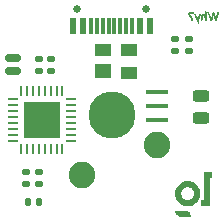
<source format=gbr>
%TF.GenerationSoftware,KiCad,Pcbnew,(5.99.0-12118-g897269f33f)*%
%TF.CreationDate,2021-09-15T19:12:53-04:00*%
%TF.ProjectId,why,7768792e-6b69-4636-9164-5f7063625858,rev?*%
%TF.SameCoordinates,Original*%
%TF.FileFunction,Soldermask,Bot*%
%TF.FilePolarity,Negative*%
%FSLAX46Y46*%
G04 Gerber Fmt 4.6, Leading zero omitted, Abs format (unit mm)*
G04 Created by KiCad (PCBNEW (5.99.0-12118-g897269f33f)) date 2021-09-15 19:12:53*
%MOMM*%
%LPD*%
G01*
G04 APERTURE LIST*
G04 Aperture macros list*
%AMRoundRect*
0 Rectangle with rounded corners*
0 $1 Rounding radius*
0 $2 $3 $4 $5 $6 $7 $8 $9 X,Y pos of 4 corners*
0 Add a 4 corners polygon primitive as box body*
4,1,4,$2,$3,$4,$5,$6,$7,$8,$9,$2,$3,0*
0 Add four circle primitives for the rounded corners*
1,1,$1+$1,$2,$3*
1,1,$1+$1,$4,$5*
1,1,$1+$1,$6,$7*
1,1,$1+$1,$8,$9*
0 Add four rect primitives between the rounded corners*
20,1,$1+$1,$2,$3,$4,$5,0*
20,1,$1+$1,$4,$5,$6,$7,0*
20,1,$1+$1,$6,$7,$8,$9,0*
20,1,$1+$1,$8,$9,$2,$3,0*%
G04 Aperture macros list end*
%ADD10C,0.010000*%
%ADD11C,0.650000*%
%ADD12R,0.300000X1.450000*%
%ADD13R,0.600000X1.450000*%
%ADD14RoundRect,0.062500X0.375000X0.062500X-0.375000X0.062500X-0.375000X-0.062500X0.375000X-0.062500X0*%
%ADD15RoundRect,0.062500X0.062500X0.375000X-0.062500X0.375000X-0.062500X-0.375000X0.062500X-0.375000X0*%
%ADD16R,3.100000X3.100000*%
%ADD17RoundRect,0.165000X-0.475000X0.165000X-0.475000X-0.165000X0.475000X-0.165000X0.475000X0.165000X0*%
%ADD18R,1.900000X0.400000*%
%ADD19RoundRect,0.135000X0.185000X-0.135000X0.185000X0.135000X-0.185000X0.135000X-0.185000X-0.135000X0*%
%ADD20RoundRect,0.135000X-0.185000X0.135000X-0.185000X-0.135000X0.185000X-0.135000X0.185000X0.135000X0*%
%ADD21RoundRect,0.243750X0.456250X-0.243750X0.456250X0.243750X-0.456250X0.243750X-0.456250X-0.243750X0*%
%ADD22R,1.400000X1.200000*%
%ADD23R,1.400000X1.000000*%
%ADD24RoundRect,0.140000X0.140000X0.170000X-0.140000X0.170000X-0.140000X-0.170000X0.140000X-0.170000X0*%
%ADD25C,2.250000*%
%ADD26C,3.987800*%
G04 APERTURE END LIST*
D10*
%TO.C,G\u002A\u002A\u002A*%
X166127370Y-100857284D02*
X166073061Y-100904083D01*
X166073061Y-100904083D02*
X166009428Y-101025123D01*
X166009428Y-101025123D02*
X166028628Y-101148141D01*
X166028628Y-101148141D02*
X166098250Y-101236322D01*
X166098250Y-101236322D02*
X166214835Y-101331003D01*
X166214835Y-101331003D02*
X166282209Y-101361360D01*
X166282209Y-101361360D02*
X166299333Y-101338140D01*
X166299333Y-101338140D02*
X166267349Y-101285400D01*
X166267349Y-101285400D02*
X166197055Y-101227269D01*
X166197055Y-101227269D02*
X166093075Y-101133930D01*
X166093075Y-101133930D02*
X166072922Y-101043971D01*
X166072922Y-101043971D02*
X166117562Y-100972152D01*
X166117562Y-100972152D02*
X166218652Y-100922997D01*
X166218652Y-100922997D02*
X166316846Y-100927846D01*
X166316846Y-100927846D02*
X166401911Y-100941143D01*
X166401911Y-100941143D02*
X166413421Y-100929605D01*
X166413421Y-100929605D02*
X166365326Y-100889419D01*
X166365326Y-100889419D02*
X166240425Y-100831435D01*
X166240425Y-100831435D02*
X166127370Y-100857284D01*
X166127370Y-100857284D02*
X166127370Y-100857284D01*
G36*
X166365326Y-100889419D02*
G01*
X166413421Y-100929605D01*
X166401911Y-100941143D01*
X166316846Y-100927846D01*
X166218652Y-100922997D01*
X166117562Y-100972152D01*
X166072922Y-101043971D01*
X166093075Y-101133930D01*
X166197055Y-101227269D01*
X166267349Y-101285400D01*
X166299333Y-101338140D01*
X166282209Y-101361360D01*
X166214835Y-101331003D01*
X166098250Y-101236322D01*
X166028628Y-101148141D01*
X166009428Y-101025123D01*
X166073061Y-100904083D01*
X166127370Y-100857284D01*
X166240425Y-100831435D01*
X166365326Y-100889419D01*
G37*
X166365326Y-100889419D02*
X166413421Y-100929605D01*
X166401911Y-100941143D01*
X166316846Y-100927846D01*
X166218652Y-100922997D01*
X166117562Y-100972152D01*
X166072922Y-101043971D01*
X166093075Y-101133930D01*
X166197055Y-101227269D01*
X166267349Y-101285400D01*
X166299333Y-101338140D01*
X166282209Y-101361360D01*
X166214835Y-101331003D01*
X166098250Y-101236322D01*
X166028628Y-101148141D01*
X166009428Y-101025123D01*
X166073061Y-100904083D01*
X166127370Y-100857284D01*
X166240425Y-100831435D01*
X166365326Y-100889419D01*
X166258230Y-101493881D02*
X166257000Y-101504000D01*
X166257000Y-101504000D02*
X166289215Y-101545103D01*
X166289215Y-101545103D02*
X166299333Y-101546333D01*
X166299333Y-101546333D02*
X166340437Y-101514118D01*
X166340437Y-101514118D02*
X166341667Y-101504000D01*
X166341667Y-101504000D02*
X166309452Y-101462896D01*
X166309452Y-101462896D02*
X166299333Y-101461666D01*
X166299333Y-101461666D02*
X166258230Y-101493881D01*
X166258230Y-101493881D02*
X166258230Y-101493881D01*
G36*
X166309452Y-101462896D02*
G01*
X166341667Y-101504000D01*
X166340437Y-101514118D01*
X166299333Y-101546333D01*
X166289215Y-101545103D01*
X166257000Y-101504000D01*
X166258230Y-101493881D01*
X166299333Y-101461666D01*
X166309452Y-101462896D01*
G37*
X166309452Y-101462896D02*
X166341667Y-101504000D01*
X166340437Y-101514118D01*
X166299333Y-101546333D01*
X166289215Y-101545103D01*
X166257000Y-101504000D01*
X166258230Y-101493881D01*
X166299333Y-101461666D01*
X166309452Y-101462896D01*
X167415766Y-100821876D02*
X167401045Y-100915605D01*
X167401045Y-100915605D02*
X167400000Y-100952759D01*
X167400000Y-100952759D02*
X167396828Y-101059105D01*
X167396828Y-101059105D02*
X167377044Y-101098023D01*
X167377044Y-101098023D02*
X167325248Y-101086740D01*
X167325248Y-101086740D02*
X167293019Y-101072440D01*
X167293019Y-101072440D02*
X167203060Y-101046817D01*
X167203060Y-101046817D02*
X167142451Y-101074788D01*
X167142451Y-101074788D02*
X167102579Y-101166666D01*
X167102579Y-101166666D02*
X167074834Y-101332767D01*
X167074834Y-101332767D02*
X167074694Y-101333952D01*
X167074694Y-101333952D02*
X167063684Y-101467233D01*
X167063684Y-101467233D02*
X167072374Y-101527898D01*
X167072374Y-101527898D02*
X167096985Y-101529296D01*
X167096985Y-101529296D02*
X167126822Y-101471751D01*
X167126822Y-101471751D02*
X167144195Y-101362586D01*
X167144195Y-101362586D02*
X167146000Y-101311001D01*
X167146000Y-101311001D02*
X167156660Y-101180233D01*
X167156660Y-101180233D02*
X167189859Y-101125517D01*
X167189859Y-101125517D02*
X167202939Y-101123000D01*
X167202939Y-101123000D02*
X167290344Y-101160763D01*
X167290344Y-101160763D02*
X167361707Y-101255848D01*
X167361707Y-101255848D02*
X167398415Y-101380952D01*
X167398415Y-101380952D02*
X167400000Y-101412083D01*
X167400000Y-101412083D02*
X167411650Y-101504340D01*
X167411650Y-101504340D02*
X167439934Y-101546118D01*
X167439934Y-101546118D02*
X167442333Y-101546333D01*
X167442333Y-101546333D02*
X167462618Y-101506370D01*
X167462618Y-101506370D02*
X167477087Y-101395745D01*
X167477087Y-101395745D02*
X167484198Y-101228358D01*
X167484198Y-101228358D02*
X167484667Y-101165333D01*
X167484667Y-101165333D02*
X167480226Y-100982773D01*
X167480226Y-100982773D02*
X167467935Y-100852548D01*
X167467935Y-100852548D02*
X167449336Y-100788553D01*
X167449336Y-100788553D02*
X167442333Y-100784333D01*
X167442333Y-100784333D02*
X167415766Y-100821876D01*
X167415766Y-100821876D02*
X167415766Y-100821876D01*
G36*
X167449336Y-100788553D02*
G01*
X167467935Y-100852548D01*
X167480226Y-100982773D01*
X167484667Y-101165333D01*
X167484198Y-101228358D01*
X167477087Y-101395745D01*
X167462618Y-101506370D01*
X167442333Y-101546333D01*
X167439934Y-101546118D01*
X167411650Y-101504340D01*
X167400000Y-101412083D01*
X167398415Y-101380952D01*
X167361707Y-101255848D01*
X167290344Y-101160763D01*
X167202939Y-101123000D01*
X167189859Y-101125517D01*
X167156660Y-101180233D01*
X167146000Y-101311001D01*
X167144195Y-101362586D01*
X167126822Y-101471751D01*
X167096985Y-101529296D01*
X167072374Y-101527898D01*
X167063684Y-101467233D01*
X167074694Y-101333952D01*
X167074834Y-101332767D01*
X167102579Y-101166666D01*
X167142451Y-101074788D01*
X167203060Y-101046817D01*
X167293019Y-101072440D01*
X167325248Y-101086740D01*
X167377044Y-101098023D01*
X167396828Y-101059105D01*
X167400000Y-100952759D01*
X167401045Y-100915605D01*
X167415766Y-100821876D01*
X167442333Y-100784333D01*
X167449336Y-100788553D01*
G37*
X167449336Y-100788553D02*
X167467935Y-100852548D01*
X167480226Y-100982773D01*
X167484667Y-101165333D01*
X167484198Y-101228358D01*
X167477087Y-101395745D01*
X167462618Y-101506370D01*
X167442333Y-101546333D01*
X167439934Y-101546118D01*
X167411650Y-101504340D01*
X167400000Y-101412083D01*
X167398415Y-101380952D01*
X167361707Y-101255848D01*
X167290344Y-101160763D01*
X167202939Y-101123000D01*
X167189859Y-101125517D01*
X167156660Y-101180233D01*
X167146000Y-101311001D01*
X167144195Y-101362586D01*
X167126822Y-101471751D01*
X167096985Y-101529296D01*
X167072374Y-101527898D01*
X167063684Y-101467233D01*
X167074694Y-101333952D01*
X167074834Y-101332767D01*
X167102579Y-101166666D01*
X167142451Y-101074788D01*
X167203060Y-101046817D01*
X167293019Y-101072440D01*
X167325248Y-101086740D01*
X167377044Y-101098023D01*
X167396828Y-101059105D01*
X167400000Y-100952759D01*
X167401045Y-100915605D01*
X167415766Y-100821876D01*
X167442333Y-100784333D01*
X167449336Y-100788553D01*
X167627669Y-100829624D02*
X167617447Y-100848268D01*
X167617447Y-100848268D02*
X167626692Y-100897252D01*
X167626692Y-100897252D02*
X167658763Y-100991232D01*
X167658763Y-100991232D02*
X167717018Y-101144862D01*
X167717018Y-101144862D02*
X167741442Y-101208248D01*
X167741442Y-101208248D02*
X167820537Y-101402766D01*
X167820537Y-101402766D02*
X167880166Y-101522727D01*
X167880166Y-101522727D02*
X167924599Y-101574847D01*
X167924599Y-101574847D02*
X167958109Y-101565840D01*
X167958109Y-101565840D02*
X167963692Y-101557607D01*
X167963692Y-101557607D02*
X167981582Y-101499122D01*
X167981582Y-101499122D02*
X168004289Y-101389462D01*
X168004289Y-101389462D02*
X168013717Y-101334666D01*
X168013717Y-101334666D02*
X168045101Y-101173008D01*
X168045101Y-101173008D02*
X168076019Y-101094802D01*
X168076019Y-101094802D02*
X168110503Y-101098953D01*
X168110503Y-101098953D02*
X168152585Y-101184366D01*
X168152585Y-101184366D02*
X168187348Y-101287506D01*
X168187348Y-101287506D02*
X168235211Y-101420660D01*
X168235211Y-101420660D02*
X168280867Y-101513995D01*
X168280867Y-101513995D02*
X168311920Y-101545971D01*
X168311920Y-101545971D02*
X168342868Y-101508212D01*
X168342868Y-101508212D02*
X168382472Y-101408623D01*
X168382472Y-101408623D02*
X168422417Y-101268323D01*
X168422417Y-101268323D02*
X168424283Y-101260583D01*
X168424283Y-101260583D02*
X168463160Y-101104927D01*
X168463160Y-101104927D02*
X168498632Y-100974927D01*
X168498632Y-100974927D02*
X168522309Y-100900750D01*
X168522309Y-100900750D02*
X168528273Y-100839531D01*
X168528273Y-100839531D02*
X168508049Y-100826666D01*
X168508049Y-100826666D02*
X168482460Y-100832520D01*
X168482460Y-100832520D02*
X168460578Y-100861097D01*
X168460578Y-100861097D02*
X168435719Y-100928916D01*
X168435719Y-100928916D02*
X168401198Y-101052498D01*
X168401198Y-101052498D02*
X168373105Y-101160134D01*
X168373105Y-101160134D02*
X168338893Y-101266934D01*
X168338893Y-101266934D02*
X168305528Y-101302990D01*
X168305528Y-101302990D02*
X168267434Y-101265004D01*
X168267434Y-101265004D02*
X168219034Y-101149682D01*
X168219034Y-101149682D02*
X168184968Y-101048916D01*
X168184968Y-101048916D02*
X168135315Y-100908767D01*
X168135315Y-100908767D02*
X168095876Y-100836958D01*
X168095876Y-100836958D02*
X168062354Y-100836845D01*
X168062354Y-100836845D02*
X168030452Y-100911786D01*
X168030452Y-100911786D02*
X167995873Y-101065137D01*
X167995873Y-101065137D02*
X167968237Y-101218250D01*
X167968237Y-101218250D02*
X167942610Y-101320066D01*
X167942610Y-101320066D02*
X167913177Y-101374274D01*
X167913177Y-101374274D02*
X167906330Y-101377000D01*
X167906330Y-101377000D02*
X167876862Y-101341124D01*
X167876862Y-101341124D02*
X167831197Y-101250633D01*
X167831197Y-101250633D02*
X167779925Y-101131225D01*
X167779925Y-101131225D02*
X167733638Y-101008602D01*
X167733638Y-101008602D02*
X167702927Y-100908464D01*
X167702927Y-100908464D02*
X167696333Y-100867411D01*
X167696333Y-100867411D02*
X167664071Y-100827839D01*
X167664071Y-100827839D02*
X167654000Y-100826666D01*
X167654000Y-100826666D02*
X167627669Y-100829624D01*
X167627669Y-100829624D02*
X167627669Y-100829624D01*
G36*
X168528273Y-100839531D02*
G01*
X168522309Y-100900750D01*
X168498632Y-100974927D01*
X168463160Y-101104927D01*
X168424283Y-101260583D01*
X168422417Y-101268323D01*
X168382472Y-101408623D01*
X168342868Y-101508212D01*
X168311920Y-101545971D01*
X168280867Y-101513995D01*
X168235211Y-101420660D01*
X168187348Y-101287506D01*
X168152585Y-101184366D01*
X168110503Y-101098953D01*
X168076019Y-101094802D01*
X168045101Y-101173008D01*
X168013717Y-101334666D01*
X168004289Y-101389462D01*
X167981582Y-101499122D01*
X167963692Y-101557607D01*
X167958109Y-101565840D01*
X167924599Y-101574847D01*
X167880166Y-101522727D01*
X167820537Y-101402766D01*
X167741442Y-101208248D01*
X167717018Y-101144862D01*
X167658763Y-100991232D01*
X167626692Y-100897252D01*
X167617447Y-100848268D01*
X167627669Y-100829624D01*
X167654000Y-100826666D01*
X167664071Y-100827839D01*
X167696333Y-100867411D01*
X167702927Y-100908464D01*
X167733638Y-101008602D01*
X167779925Y-101131225D01*
X167831197Y-101250633D01*
X167876862Y-101341124D01*
X167906330Y-101377000D01*
X167913177Y-101374274D01*
X167942610Y-101320066D01*
X167968237Y-101218250D01*
X167995873Y-101065137D01*
X168030452Y-100911786D01*
X168062354Y-100836845D01*
X168095876Y-100836958D01*
X168135315Y-100908767D01*
X168184968Y-101048916D01*
X168219034Y-101149682D01*
X168267434Y-101265004D01*
X168305528Y-101302990D01*
X168338893Y-101266934D01*
X168373105Y-101160134D01*
X168401198Y-101052498D01*
X168435719Y-100928916D01*
X168460578Y-100861097D01*
X168482460Y-100832520D01*
X168508049Y-100826666D01*
X168528273Y-100839531D01*
G37*
X168528273Y-100839531D02*
X168522309Y-100900750D01*
X168498632Y-100974927D01*
X168463160Y-101104927D01*
X168424283Y-101260583D01*
X168422417Y-101268323D01*
X168382472Y-101408623D01*
X168342868Y-101508212D01*
X168311920Y-101545971D01*
X168280867Y-101513995D01*
X168235211Y-101420660D01*
X168187348Y-101287506D01*
X168152585Y-101184366D01*
X168110503Y-101098953D01*
X168076019Y-101094802D01*
X168045101Y-101173008D01*
X168013717Y-101334666D01*
X168004289Y-101389462D01*
X167981582Y-101499122D01*
X167963692Y-101557607D01*
X167958109Y-101565840D01*
X167924599Y-101574847D01*
X167880166Y-101522727D01*
X167820537Y-101402766D01*
X167741442Y-101208248D01*
X167717018Y-101144862D01*
X167658763Y-100991232D01*
X167626692Y-100897252D01*
X167617447Y-100848268D01*
X167627669Y-100829624D01*
X167654000Y-100826666D01*
X167664071Y-100827839D01*
X167696333Y-100867411D01*
X167702927Y-100908464D01*
X167733638Y-101008602D01*
X167779925Y-101131225D01*
X167831197Y-101250633D01*
X167876862Y-101341124D01*
X167906330Y-101377000D01*
X167913177Y-101374274D01*
X167942610Y-101320066D01*
X167968237Y-101218250D01*
X167995873Y-101065137D01*
X168030452Y-100911786D01*
X168062354Y-100836845D01*
X168095876Y-100836958D01*
X168135315Y-100908767D01*
X168184968Y-101048916D01*
X168219034Y-101149682D01*
X168267434Y-101265004D01*
X168305528Y-101302990D01*
X168338893Y-101266934D01*
X168373105Y-101160134D01*
X168401198Y-101052498D01*
X168435719Y-100928916D01*
X168460578Y-100861097D01*
X168482460Y-100832520D01*
X168508049Y-100826666D01*
X168528273Y-100839531D01*
X166913711Y-101047458D02*
X166907203Y-101059500D01*
X166907203Y-101059500D02*
X166876524Y-101120642D01*
X166876524Y-101120642D02*
X166819874Y-101219323D01*
X166819874Y-101219323D02*
X166803522Y-101246431D01*
X166803522Y-101246431D02*
X166715380Y-101391029D01*
X166715380Y-101391029D02*
X166633604Y-101208377D01*
X166633604Y-101208377D02*
X166580929Y-101107577D01*
X166580929Y-101107577D02*
X166538150Y-101054949D01*
X166538150Y-101054949D02*
X166523946Y-101053609D01*
X166523946Y-101053609D02*
X166526846Y-101102503D01*
X166526846Y-101102503D02*
X166558754Y-101208644D01*
X166558754Y-101208644D02*
X166613388Y-101352318D01*
X166613388Y-101352318D02*
X166637292Y-101409163D01*
X166637292Y-101409163D02*
X166730657Y-101617655D01*
X166730657Y-101617655D02*
X166796897Y-101746791D01*
X166796897Y-101746791D02*
X166836428Y-101797276D01*
X166836428Y-101797276D02*
X166849666Y-101769813D01*
X166849666Y-101769813D02*
X166849667Y-101769222D01*
X166849667Y-101769222D02*
X166835536Y-101696203D01*
X166835536Y-101696203D02*
X166807626Y-101610603D01*
X166807626Y-101610603D02*
X166790292Y-101527226D01*
X166790292Y-101527226D02*
X166808446Y-101432548D01*
X166808446Y-101432548D02*
X166867888Y-101298210D01*
X166867888Y-101298210D02*
X166873973Y-101286138D01*
X166873973Y-101286138D02*
X166928032Y-101165512D01*
X166928032Y-101165512D02*
X166954959Y-101076341D01*
X166954959Y-101076341D02*
X166952551Y-101044707D01*
X166952551Y-101044707D02*
X166913711Y-101047458D01*
X166913711Y-101047458D02*
X166913711Y-101047458D01*
G36*
X166954959Y-101076341D02*
G01*
X166928032Y-101165512D01*
X166873973Y-101286138D01*
X166867888Y-101298210D01*
X166808446Y-101432548D01*
X166790292Y-101527226D01*
X166807626Y-101610603D01*
X166835536Y-101696203D01*
X166849667Y-101769222D01*
X166849666Y-101769813D01*
X166836428Y-101797276D01*
X166796897Y-101746791D01*
X166730657Y-101617655D01*
X166637292Y-101409163D01*
X166613388Y-101352318D01*
X166558754Y-101208644D01*
X166526846Y-101102503D01*
X166523946Y-101053609D01*
X166538150Y-101054949D01*
X166580929Y-101107577D01*
X166633604Y-101208377D01*
X166715380Y-101391029D01*
X166803522Y-101246431D01*
X166819874Y-101219323D01*
X166876524Y-101120642D01*
X166907203Y-101059500D01*
X166913711Y-101047458D01*
X166952551Y-101044707D01*
X166954959Y-101076341D01*
G37*
X166954959Y-101076341D02*
X166928032Y-101165512D01*
X166873973Y-101286138D01*
X166867888Y-101298210D01*
X166808446Y-101432548D01*
X166790292Y-101527226D01*
X166807626Y-101610603D01*
X166835536Y-101696203D01*
X166849667Y-101769222D01*
X166849666Y-101769813D01*
X166836428Y-101797276D01*
X166796897Y-101746791D01*
X166730657Y-101617655D01*
X166637292Y-101409163D01*
X166613388Y-101352318D01*
X166558754Y-101208644D01*
X166526846Y-101102503D01*
X166523946Y-101053609D01*
X166538150Y-101054949D01*
X166580929Y-101107577D01*
X166633604Y-101208377D01*
X166715380Y-101391029D01*
X166803522Y-101246431D01*
X166819874Y-101219323D01*
X166876524Y-101120642D01*
X166907203Y-101059500D01*
X166913711Y-101047458D01*
X166952551Y-101044707D01*
X166954959Y-101076341D01*
X165849903Y-115195042D02*
X165781877Y-115199729D01*
X165781877Y-115199729D02*
X165721460Y-115207827D01*
X165721460Y-115207827D02*
X165703629Y-115211313D01*
X165703629Y-115211313D02*
X165586878Y-115242966D01*
X165586878Y-115242966D02*
X165478355Y-115286198D01*
X165478355Y-115286198D02*
X165376942Y-115341619D01*
X165376942Y-115341619D02*
X165281520Y-115409839D01*
X165281520Y-115409839D02*
X165191249Y-115491192D01*
X165191249Y-115491192D02*
X165109774Y-115581820D01*
X165109774Y-115581820D02*
X165041583Y-115677761D01*
X165041583Y-115677761D02*
X164986177Y-115779955D01*
X164986177Y-115779955D02*
X164943059Y-115889342D01*
X164943059Y-115889342D02*
X164911730Y-116006862D01*
X164911730Y-116006862D02*
X164908059Y-116025029D01*
X164908059Y-116025029D02*
X164899922Y-116082434D01*
X164899922Y-116082434D02*
X164895373Y-116149044D01*
X164895373Y-116149044D02*
X164894374Y-116220103D01*
X164894374Y-116220103D02*
X164896885Y-116290850D01*
X164896885Y-116290850D02*
X164902869Y-116356529D01*
X164902869Y-116356529D02*
X164911195Y-116407396D01*
X164911195Y-116407396D02*
X164943711Y-116526816D01*
X164943711Y-116526816D02*
X164988902Y-116639732D01*
X164988902Y-116639732D02*
X165046204Y-116745396D01*
X165046204Y-116745396D02*
X165115052Y-116843059D01*
X165115052Y-116843059D02*
X165194884Y-116931974D01*
X165194884Y-116931974D02*
X165285136Y-117011392D01*
X165285136Y-117011392D02*
X165385244Y-117080565D01*
X165385244Y-117080565D02*
X165442986Y-117113282D01*
X165442986Y-117113282D02*
X165513196Y-117146060D01*
X165513196Y-117146060D02*
X165590785Y-117175153D01*
X165590785Y-117175153D02*
X165669321Y-117198356D01*
X165669321Y-117198356D02*
X165728714Y-117211232D01*
X165728714Y-117211232D02*
X165779455Y-117218241D01*
X165779455Y-117218241D02*
X165837277Y-117223199D01*
X165837277Y-117223199D02*
X165897355Y-117225926D01*
X165897355Y-117225926D02*
X165954867Y-117226241D01*
X165954867Y-117226241D02*
X166004990Y-117223964D01*
X166004990Y-117223964D02*
X166022628Y-117222198D01*
X166022628Y-117222198D02*
X166144156Y-117200336D01*
X166144156Y-117200336D02*
X166259691Y-117165611D01*
X166259691Y-117165611D02*
X166368536Y-117118677D01*
X166368536Y-117118677D02*
X166469990Y-117060188D01*
X166469990Y-117060188D02*
X166563354Y-116990796D01*
X166563354Y-116990796D02*
X166647928Y-116911156D01*
X166647928Y-116911156D02*
X166723012Y-116821919D01*
X166723012Y-116821919D02*
X166787907Y-116723739D01*
X166787907Y-116723739D02*
X166841913Y-116617269D01*
X166841913Y-116617269D02*
X166884330Y-116503163D01*
X166884330Y-116503163D02*
X166912668Y-116391251D01*
X166912668Y-116391251D02*
X166920510Y-116337110D01*
X166920510Y-116337110D02*
X166924974Y-116273467D01*
X166924974Y-116273467D02*
X166926103Y-116204929D01*
X166926103Y-116204929D02*
X166926037Y-116202829D01*
X166926037Y-116202829D02*
X166489562Y-116202829D01*
X166489562Y-116202829D02*
X166483620Y-116297367D01*
X166483620Y-116297367D02*
X166464467Y-116386056D01*
X166464467Y-116386056D02*
X166432209Y-116468647D01*
X166432209Y-116468647D02*
X166386949Y-116544893D01*
X166386949Y-116544893D02*
X166328795Y-116614544D01*
X166328795Y-116614544D02*
X166305616Y-116637130D01*
X166305616Y-116637130D02*
X166235409Y-116692459D01*
X166235409Y-116692459D02*
X166157969Y-116735850D01*
X166157969Y-116735850D02*
X166074895Y-116766882D01*
X166074895Y-116766882D02*
X165987786Y-116785137D01*
X165987786Y-116785137D02*
X165898240Y-116790193D01*
X165898240Y-116790193D02*
X165807856Y-116781632D01*
X165807856Y-116781632D02*
X165777963Y-116775712D01*
X165777963Y-116775712D02*
X165693050Y-116749403D01*
X165693050Y-116749403D02*
X165614153Y-116710495D01*
X165614153Y-116710495D02*
X165542394Y-116660054D01*
X165542394Y-116660054D02*
X165478894Y-116599146D01*
X165478894Y-116599146D02*
X165424774Y-116528836D01*
X165424774Y-116528836D02*
X165381155Y-116450190D01*
X165381155Y-116450190D02*
X165350770Y-116369743D01*
X165350770Y-116369743D02*
X165342146Y-116338813D01*
X165342146Y-116338813D02*
X165336421Y-116311502D01*
X165336421Y-116311502D02*
X165333016Y-116283156D01*
X165333016Y-116283156D02*
X165331349Y-116249123D01*
X165331349Y-116249123D02*
X165330858Y-116210086D01*
X165330858Y-116210086D02*
X165334622Y-116127913D01*
X165334622Y-116127913D02*
X165347220Y-116054558D01*
X165347220Y-116054558D02*
X165369622Y-115986642D01*
X165369622Y-115986642D02*
X165402794Y-115920785D01*
X165402794Y-115920785D02*
X165422924Y-115888768D01*
X165422924Y-115888768D02*
X165478469Y-115817467D01*
X165478469Y-115817467D02*
X165541479Y-115757659D01*
X165541479Y-115757659D02*
X165610658Y-115709264D01*
X165610658Y-115709264D02*
X165684708Y-115672203D01*
X165684708Y-115672203D02*
X165762334Y-115646398D01*
X165762334Y-115646398D02*
X165842239Y-115631769D01*
X165842239Y-115631769D02*
X165923126Y-115628238D01*
X165923126Y-115628238D02*
X166003698Y-115635724D01*
X166003698Y-115635724D02*
X166082660Y-115654150D01*
X166082660Y-115654150D02*
X166158714Y-115683437D01*
X166158714Y-115683437D02*
X166230563Y-115723505D01*
X166230563Y-115723505D02*
X166296912Y-115774275D01*
X166296912Y-115774275D02*
X166356463Y-115835668D01*
X166356463Y-115835668D02*
X166407921Y-115907606D01*
X166407921Y-115907606D02*
X166431592Y-115950226D01*
X166431592Y-115950226D02*
X166463056Y-116026692D01*
X166463056Y-116026692D02*
X166482189Y-116107835D01*
X166482189Y-116107835D02*
X166489478Y-116195779D01*
X166489478Y-116195779D02*
X166489562Y-116202829D01*
X166489562Y-116202829D02*
X166926037Y-116202829D01*
X166926037Y-116202829D02*
X166923937Y-116136101D01*
X166923937Y-116136101D02*
X166918521Y-116071587D01*
X166918521Y-116071587D02*
X166909894Y-116015992D01*
X166909894Y-116015992D02*
X166909219Y-116012776D01*
X166909219Y-116012776D02*
X166876316Y-115892128D01*
X166876316Y-115892128D02*
X166831138Y-115778766D01*
X166831138Y-115778766D02*
X166774299Y-115673310D01*
X166774299Y-115673310D02*
X166706415Y-115576378D01*
X166706415Y-115576378D02*
X166628104Y-115488591D01*
X166628104Y-115488591D02*
X166539981Y-115410568D01*
X166539981Y-115410568D02*
X166442663Y-115342928D01*
X166442663Y-115342928D02*
X166336766Y-115286290D01*
X166336766Y-115286290D02*
X166222905Y-115241276D01*
X166222905Y-115241276D02*
X166111265Y-115210574D01*
X166111265Y-115210574D02*
X166056218Y-115201534D01*
X166056218Y-115201534D02*
X165991415Y-115195937D01*
X165991415Y-115195937D02*
X165921196Y-115193775D01*
X165921196Y-115193775D02*
X165849903Y-115195042D01*
X165849903Y-115195042D02*
X165849903Y-115195042D01*
G36*
X166924974Y-116273467D02*
G01*
X166920510Y-116337110D01*
X166912668Y-116391251D01*
X166884330Y-116503163D01*
X166841913Y-116617269D01*
X166787907Y-116723739D01*
X166723012Y-116821919D01*
X166647928Y-116911156D01*
X166563354Y-116990796D01*
X166469990Y-117060188D01*
X166368536Y-117118677D01*
X166259691Y-117165611D01*
X166144156Y-117200336D01*
X166022628Y-117222198D01*
X166004990Y-117223964D01*
X165954867Y-117226241D01*
X165897355Y-117225926D01*
X165837277Y-117223199D01*
X165779455Y-117218241D01*
X165728714Y-117211232D01*
X165669321Y-117198356D01*
X165590785Y-117175153D01*
X165513196Y-117146060D01*
X165442986Y-117113282D01*
X165385244Y-117080565D01*
X165285136Y-117011392D01*
X165194884Y-116931974D01*
X165115052Y-116843059D01*
X165046204Y-116745396D01*
X164988902Y-116639732D01*
X164943711Y-116526816D01*
X164911195Y-116407396D01*
X164902869Y-116356529D01*
X164896885Y-116290850D01*
X164894374Y-116220103D01*
X164894515Y-116210086D01*
X165330858Y-116210086D01*
X165331349Y-116249123D01*
X165333016Y-116283156D01*
X165336421Y-116311502D01*
X165342146Y-116338813D01*
X165350770Y-116369743D01*
X165381155Y-116450190D01*
X165424774Y-116528836D01*
X165478894Y-116599146D01*
X165542394Y-116660054D01*
X165614153Y-116710495D01*
X165693050Y-116749403D01*
X165777963Y-116775712D01*
X165807856Y-116781632D01*
X165898240Y-116790193D01*
X165987786Y-116785137D01*
X166074895Y-116766882D01*
X166157969Y-116735850D01*
X166235409Y-116692459D01*
X166305616Y-116637130D01*
X166328795Y-116614544D01*
X166386949Y-116544893D01*
X166432209Y-116468647D01*
X166464467Y-116386056D01*
X166483620Y-116297367D01*
X166489562Y-116202829D01*
X166489478Y-116195779D01*
X166482189Y-116107835D01*
X166463056Y-116026692D01*
X166431592Y-115950226D01*
X166407921Y-115907606D01*
X166356463Y-115835668D01*
X166296912Y-115774275D01*
X166230563Y-115723505D01*
X166158714Y-115683437D01*
X166082660Y-115654150D01*
X166003698Y-115635724D01*
X165923126Y-115628238D01*
X165842239Y-115631769D01*
X165762334Y-115646398D01*
X165684708Y-115672203D01*
X165610658Y-115709264D01*
X165541479Y-115757659D01*
X165478469Y-115817467D01*
X165422924Y-115888768D01*
X165402794Y-115920785D01*
X165369622Y-115986642D01*
X165347220Y-116054558D01*
X165334622Y-116127913D01*
X165330858Y-116210086D01*
X164894515Y-116210086D01*
X164895373Y-116149044D01*
X164899922Y-116082434D01*
X164908059Y-116025029D01*
X164911730Y-116006862D01*
X164943059Y-115889342D01*
X164986177Y-115779955D01*
X165041583Y-115677761D01*
X165109774Y-115581820D01*
X165191249Y-115491192D01*
X165281520Y-115409839D01*
X165376942Y-115341619D01*
X165478355Y-115286198D01*
X165586878Y-115242966D01*
X165703629Y-115211313D01*
X165721460Y-115207827D01*
X165781877Y-115199729D01*
X165849903Y-115195042D01*
X165921196Y-115193775D01*
X165991415Y-115195937D01*
X166056218Y-115201534D01*
X166111265Y-115210574D01*
X166222905Y-115241276D01*
X166336766Y-115286290D01*
X166442663Y-115342928D01*
X166539981Y-115410568D01*
X166628104Y-115488591D01*
X166706415Y-115576378D01*
X166774299Y-115673310D01*
X166831138Y-115778766D01*
X166876316Y-115892128D01*
X166909219Y-116012776D01*
X166909894Y-116015992D01*
X166918521Y-116071587D01*
X166923937Y-116136101D01*
X166926037Y-116202829D01*
X166926103Y-116204929D01*
X166924974Y-116273467D01*
G37*
X166924974Y-116273467D02*
X166920510Y-116337110D01*
X166912668Y-116391251D01*
X166884330Y-116503163D01*
X166841913Y-116617269D01*
X166787907Y-116723739D01*
X166723012Y-116821919D01*
X166647928Y-116911156D01*
X166563354Y-116990796D01*
X166469990Y-117060188D01*
X166368536Y-117118677D01*
X166259691Y-117165611D01*
X166144156Y-117200336D01*
X166022628Y-117222198D01*
X166004990Y-117223964D01*
X165954867Y-117226241D01*
X165897355Y-117225926D01*
X165837277Y-117223199D01*
X165779455Y-117218241D01*
X165728714Y-117211232D01*
X165669321Y-117198356D01*
X165590785Y-117175153D01*
X165513196Y-117146060D01*
X165442986Y-117113282D01*
X165385244Y-117080565D01*
X165285136Y-117011392D01*
X165194884Y-116931974D01*
X165115052Y-116843059D01*
X165046204Y-116745396D01*
X164988902Y-116639732D01*
X164943711Y-116526816D01*
X164911195Y-116407396D01*
X164902869Y-116356529D01*
X164896885Y-116290850D01*
X164894374Y-116220103D01*
X164894515Y-116210086D01*
X165330858Y-116210086D01*
X165331349Y-116249123D01*
X165333016Y-116283156D01*
X165336421Y-116311502D01*
X165342146Y-116338813D01*
X165350770Y-116369743D01*
X165381155Y-116450190D01*
X165424774Y-116528836D01*
X165478894Y-116599146D01*
X165542394Y-116660054D01*
X165614153Y-116710495D01*
X165693050Y-116749403D01*
X165777963Y-116775712D01*
X165807856Y-116781632D01*
X165898240Y-116790193D01*
X165987786Y-116785137D01*
X166074895Y-116766882D01*
X166157969Y-116735850D01*
X166235409Y-116692459D01*
X166305616Y-116637130D01*
X166328795Y-116614544D01*
X166386949Y-116544893D01*
X166432209Y-116468647D01*
X166464467Y-116386056D01*
X166483620Y-116297367D01*
X166489562Y-116202829D01*
X166489478Y-116195779D01*
X166482189Y-116107835D01*
X166463056Y-116026692D01*
X166431592Y-115950226D01*
X166407921Y-115907606D01*
X166356463Y-115835668D01*
X166296912Y-115774275D01*
X166230563Y-115723505D01*
X166158714Y-115683437D01*
X166082660Y-115654150D01*
X166003698Y-115635724D01*
X165923126Y-115628238D01*
X165842239Y-115631769D01*
X165762334Y-115646398D01*
X165684708Y-115672203D01*
X165610658Y-115709264D01*
X165541479Y-115757659D01*
X165478469Y-115817467D01*
X165422924Y-115888768D01*
X165402794Y-115920785D01*
X165369622Y-115986642D01*
X165347220Y-116054558D01*
X165334622Y-116127913D01*
X165330858Y-116210086D01*
X164894515Y-116210086D01*
X164895373Y-116149044D01*
X164899922Y-116082434D01*
X164908059Y-116025029D01*
X164911730Y-116006862D01*
X164943059Y-115889342D01*
X164986177Y-115779955D01*
X165041583Y-115677761D01*
X165109774Y-115581820D01*
X165191249Y-115491192D01*
X165281520Y-115409839D01*
X165376942Y-115341619D01*
X165478355Y-115286198D01*
X165586878Y-115242966D01*
X165703629Y-115211313D01*
X165721460Y-115207827D01*
X165781877Y-115199729D01*
X165849903Y-115195042D01*
X165921196Y-115193775D01*
X165991415Y-115195937D01*
X166056218Y-115201534D01*
X166111265Y-115210574D01*
X166222905Y-115241276D01*
X166336766Y-115286290D01*
X166442663Y-115342928D01*
X166539981Y-115410568D01*
X166628104Y-115488591D01*
X166706415Y-115576378D01*
X166774299Y-115673310D01*
X166831138Y-115778766D01*
X166876316Y-115892128D01*
X166909219Y-116012776D01*
X166909894Y-116015992D01*
X166918521Y-116071587D01*
X166923937Y-116136101D01*
X166926037Y-116202829D01*
X166926103Y-116204929D01*
X166924974Y-116273467D01*
X167292628Y-116794286D02*
X167111200Y-116794286D01*
X167111200Y-116794286D02*
X167111200Y-117229714D01*
X167111200Y-117229714D02*
X167728014Y-117229714D01*
X167728014Y-117229714D02*
X167729850Y-116030472D01*
X167729850Y-116030472D02*
X167731686Y-114831229D01*
X167731686Y-114831229D02*
X167909486Y-114827153D01*
X167909486Y-114827153D02*
X167909486Y-114392172D01*
X167909486Y-114392172D02*
X167292628Y-114392172D01*
X167292628Y-114392172D02*
X167292628Y-116794286D01*
X167292628Y-116794286D02*
X167292628Y-116794286D01*
G36*
X167909486Y-114827153D02*
G01*
X167731686Y-114831229D01*
X167729850Y-116030472D01*
X167728014Y-117229714D01*
X167111200Y-117229714D01*
X167111200Y-116794286D01*
X167292628Y-116794286D01*
X167292628Y-114392172D01*
X167909486Y-114392172D01*
X167909486Y-114827153D01*
G37*
X167909486Y-114827153D02*
X167731686Y-114831229D01*
X167729850Y-116030472D01*
X167728014Y-117229714D01*
X167111200Y-117229714D01*
X167111200Y-116794286D01*
X167292628Y-116794286D01*
X167292628Y-114392172D01*
X167909486Y-114392172D01*
X167909486Y-114827153D01*
X164893948Y-117710500D02*
X164911004Y-117791379D01*
X164911004Y-117791379D02*
X164940552Y-117865359D01*
X164940552Y-117865359D02*
X164981895Y-117931601D01*
X164981895Y-117931601D02*
X165034336Y-117989268D01*
X165034336Y-117989268D02*
X165097179Y-118037520D01*
X165097179Y-118037520D02*
X165169725Y-118075521D01*
X165169725Y-118075521D02*
X165209828Y-118090549D01*
X165209828Y-118090549D02*
X165219137Y-118093302D01*
X165219137Y-118093302D02*
X165229859Y-118095661D01*
X165229859Y-118095661D02*
X165243171Y-118097665D01*
X165243171Y-118097665D02*
X165260251Y-118099352D01*
X165260251Y-118099352D02*
X165282273Y-118100760D01*
X165282273Y-118100760D02*
X165310414Y-118101929D01*
X165310414Y-118101929D02*
X165345851Y-118102896D01*
X165345851Y-118102896D02*
X165389760Y-118103701D01*
X165389760Y-118103701D02*
X165443318Y-118104380D01*
X165443318Y-118104380D02*
X165507699Y-118104973D01*
X165507699Y-118104973D02*
X165584081Y-118105518D01*
X165584081Y-118105518D02*
X165673641Y-118106054D01*
X165673641Y-118106054D02*
X165686986Y-118106129D01*
X165686986Y-118106129D02*
X166124228Y-118108561D01*
X166124228Y-118108561D02*
X166124228Y-118074771D01*
X166124228Y-118074771D02*
X166117469Y-118013926D01*
X166117469Y-118013926D02*
X166098279Y-117951970D01*
X166098279Y-117951970D02*
X166068290Y-117891387D01*
X166068290Y-117891387D02*
X166029133Y-117834659D01*
X166029133Y-117834659D02*
X165982439Y-117784270D01*
X165982439Y-117784270D02*
X165929841Y-117742704D01*
X165929841Y-117742704D02*
X165891664Y-117720808D01*
X165891664Y-117720808D02*
X165871808Y-117711152D01*
X165871808Y-117711152D02*
X165853911Y-117702874D01*
X165853911Y-117702874D02*
X165836721Y-117695868D01*
X165836721Y-117695868D02*
X165818987Y-117690027D01*
X165818987Y-117690027D02*
X165799457Y-117685246D01*
X165799457Y-117685246D02*
X165776880Y-117681418D01*
X165776880Y-117681418D02*
X165750004Y-117678437D01*
X165750004Y-117678437D02*
X165717578Y-117676198D01*
X165717578Y-117676198D02*
X165678350Y-117674595D01*
X165678350Y-117674595D02*
X165631069Y-117673521D01*
X165631069Y-117673521D02*
X165574483Y-117672870D01*
X165574483Y-117672870D02*
X165507340Y-117672537D01*
X165507340Y-117672537D02*
X165428390Y-117672416D01*
X165428390Y-117672416D02*
X165336380Y-117672400D01*
X165336380Y-117672400D02*
X164889152Y-117672400D01*
X164889152Y-117672400D02*
X164893948Y-117710500D01*
X164893948Y-117710500D02*
X164893948Y-117710500D01*
G36*
X165428390Y-117672416D02*
G01*
X165507340Y-117672537D01*
X165574483Y-117672870D01*
X165631069Y-117673521D01*
X165678350Y-117674595D01*
X165717578Y-117676198D01*
X165750004Y-117678437D01*
X165776880Y-117681418D01*
X165799457Y-117685246D01*
X165818987Y-117690027D01*
X165836721Y-117695868D01*
X165853911Y-117702874D01*
X165871808Y-117711152D01*
X165891664Y-117720808D01*
X165929841Y-117742704D01*
X165982439Y-117784270D01*
X166029133Y-117834659D01*
X166068290Y-117891387D01*
X166098279Y-117951970D01*
X166117469Y-118013926D01*
X166124228Y-118074771D01*
X166124228Y-118108561D01*
X165686986Y-118106129D01*
X165673641Y-118106054D01*
X165584081Y-118105518D01*
X165507699Y-118104973D01*
X165443318Y-118104380D01*
X165389760Y-118103701D01*
X165345851Y-118102896D01*
X165310414Y-118101929D01*
X165282273Y-118100760D01*
X165260251Y-118099352D01*
X165243171Y-118097665D01*
X165229859Y-118095661D01*
X165219137Y-118093302D01*
X165209828Y-118090549D01*
X165169725Y-118075521D01*
X165097179Y-118037520D01*
X165034336Y-117989268D01*
X164981895Y-117931601D01*
X164940552Y-117865359D01*
X164911004Y-117791379D01*
X164893948Y-117710500D01*
X164889152Y-117672400D01*
X165336380Y-117672400D01*
X165428390Y-117672416D01*
G37*
X165428390Y-117672416D02*
X165507340Y-117672537D01*
X165574483Y-117672870D01*
X165631069Y-117673521D01*
X165678350Y-117674595D01*
X165717578Y-117676198D01*
X165750004Y-117678437D01*
X165776880Y-117681418D01*
X165799457Y-117685246D01*
X165818987Y-117690027D01*
X165836721Y-117695868D01*
X165853911Y-117702874D01*
X165871808Y-117711152D01*
X165891664Y-117720808D01*
X165929841Y-117742704D01*
X165982439Y-117784270D01*
X166029133Y-117834659D01*
X166068290Y-117891387D01*
X166098279Y-117951970D01*
X166117469Y-118013926D01*
X166124228Y-118074771D01*
X166124228Y-118108561D01*
X165686986Y-118106129D01*
X165673641Y-118106054D01*
X165584081Y-118105518D01*
X165507699Y-118104973D01*
X165443318Y-118104380D01*
X165389760Y-118103701D01*
X165345851Y-118102896D01*
X165310414Y-118101929D01*
X165282273Y-118100760D01*
X165260251Y-118099352D01*
X165243171Y-118097665D01*
X165229859Y-118095661D01*
X165219137Y-118093302D01*
X165209828Y-118090549D01*
X165169725Y-118075521D01*
X165097179Y-118037520D01*
X165034336Y-117989268D01*
X164981895Y-117931601D01*
X164940552Y-117865359D01*
X164911004Y-117791379D01*
X164893948Y-117710500D01*
X164889152Y-117672400D01*
X165336380Y-117672400D01*
X165428390Y-117672416D01*
%TD*%
D11*
%TO.C,USB1*%
X156610000Y-100600000D03*
X162390000Y-100600000D03*
D12*
X159250000Y-102045000D03*
X159750000Y-102045000D03*
X160250000Y-102045000D03*
X158750000Y-102045000D03*
X160750000Y-102045000D03*
X158250000Y-102045000D03*
X161250000Y-102045000D03*
X157750000Y-102045000D03*
D13*
X157050000Y-102045000D03*
X161950000Y-102045000D03*
X156275000Y-102045000D03*
X162725000Y-102045000D03*
%TD*%
D14*
%TO.C,U1*%
X156037500Y-108250000D03*
X156037500Y-108750000D03*
X156037500Y-109250000D03*
X156037500Y-109750000D03*
X156037500Y-110250000D03*
X156037500Y-110750000D03*
X156037500Y-111250000D03*
X156037500Y-111750000D03*
D15*
X155350000Y-112437500D03*
X154850000Y-112437500D03*
X154350000Y-112437500D03*
X153850000Y-112437500D03*
X153350000Y-112437500D03*
X152850000Y-112437500D03*
X152350000Y-112437500D03*
X151850000Y-112437500D03*
D14*
X151162500Y-111750000D03*
X151162500Y-111250000D03*
X151162500Y-110750000D03*
X151162500Y-110250000D03*
X151162500Y-109750000D03*
X151162500Y-109250000D03*
X151162500Y-108750000D03*
X151162500Y-108250000D03*
D15*
X151850000Y-107562500D03*
X152350000Y-107562500D03*
X152850000Y-107562500D03*
X153350000Y-107562500D03*
X153850000Y-107562500D03*
X154350000Y-107562500D03*
X154850000Y-107562500D03*
X155350000Y-107562500D03*
D16*
X153600000Y-110000000D03*
%TD*%
D17*
%TO.C,C3*%
X151150000Y-104800000D03*
X151150000Y-105880000D03*
%TD*%
D18*
%TO.C,Y1*%
X163350000Y-107600000D03*
X163350000Y-108800000D03*
X163350000Y-110000000D03*
%TD*%
D19*
%TO.C,R6*%
X153400000Y-114390000D03*
X153400000Y-115410000D03*
%TD*%
%TO.C,R5*%
X164900000Y-103140000D03*
X164900000Y-104160000D03*
%TD*%
%TO.C,R4*%
X166050000Y-103140000D03*
X166050000Y-104160000D03*
%TD*%
%TO.C,R3*%
X154400000Y-104840000D03*
X154400000Y-105860000D03*
%TD*%
%TO.C,R2*%
X153350000Y-104840000D03*
X153350000Y-105860000D03*
%TD*%
D20*
%TO.C,R1*%
X152250000Y-115410000D03*
X152250000Y-114390000D03*
%TD*%
D21*
%TO.C,F1*%
X167100000Y-107950000D03*
X167100000Y-109825000D03*
%TD*%
D22*
%TO.C,D1*%
X158800000Y-105820000D03*
D23*
X158800000Y-104100000D03*
X161000000Y-104100000D03*
X161000000Y-106000000D03*
%TD*%
D24*
%TO.C,JP1*%
X152420000Y-116950000D03*
X153380000Y-116950000D03*
%TD*%
D25*
%TO.C,MX1*%
X163310000Y-112090000D03*
D26*
X159500000Y-109550000D03*
D25*
X156960000Y-114630000D03*
%TD*%
M02*

</source>
